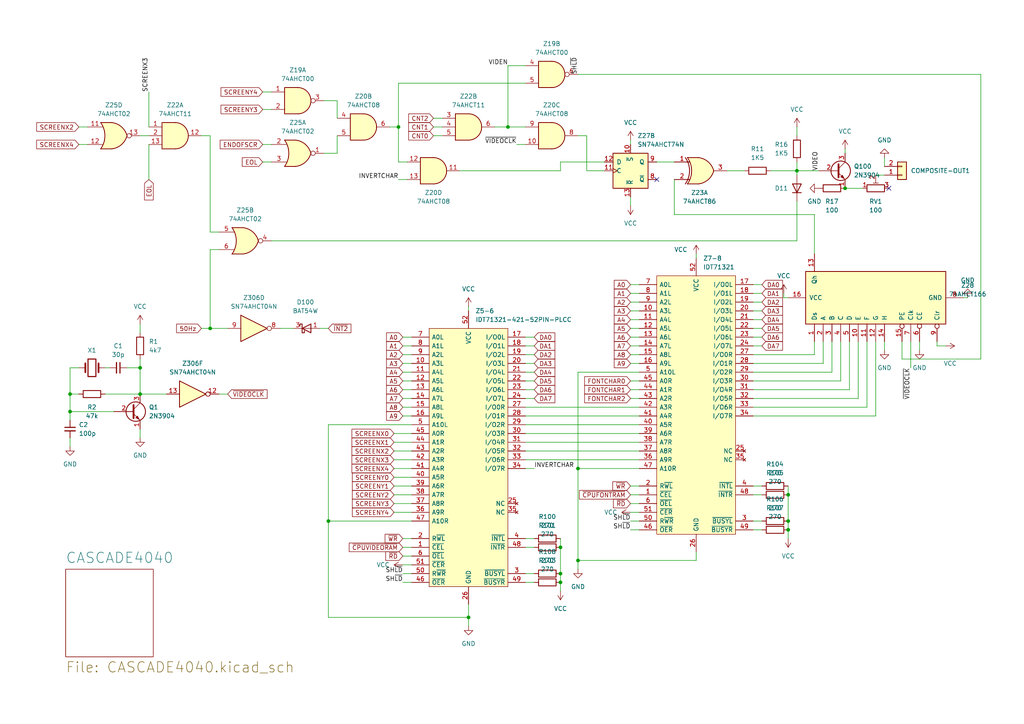
<source format=kicad_sch>
(kicad_sch (version 20211123) (generator eeschema)
  (paper "A4")
  (title_block (title "JupiterAceZ180") (date "2019-08-26") (rev "Alpha") (company "Ontobus") (comment 1 "John Bradley") (comment 2 "https://creativecommons.org/licenses/by-nc-sa/4.0/") (comment 3 "Attribution-NonCommercial-ShareAlike 4.0 International License.") (comment 4 "This work is licensed under a Creative Commons "))
  (junction (at 20.32 114.3))
  (junction (at 228.6 143.51))
  (junction (at 162.56 168.91))
  (junction (at 245.11 54.61))
  (junction (at 60.96 95.25))
  (junction (at 147.32 36.83))
  (junction (at 162.56 166.37))
  (junction (at 40.64 106.68))
  (junction (at 228.6 151.13))
  (junction (at 228.6 153.67))
  (junction (at 231.14 49.53))
  (junction (at 135.89 179.07))
  (junction (at 167.64 162.56))
  (junction (at 162.56 158.75))
  (junction (at 95.25 151.13))
  (junction (at 115.57 36.83))
  (junction (at 40.64 114.3))
  (junction (at 167.64 135.89))
  (junction (at 20.32 119.38))
  (no_connect (at 257.81 54.61))
  (no_connect (at 190.5 52.07))
  (wire (pts (xy 218.44 120.65) (xy 254 120.65)))
  (wire (pts (xy 162.56 158.75) (xy 162.56 166.37)))
  (wire (pts (xy 20.32 114.3) (xy 20.32 119.38)))
  (wire (pts (xy 20.32 129.54) (xy 20.32 127)))
  (wire (pts (xy 152.4 135.89) (xy 154.94 135.89)))
  (wire (pts (xy 114.3 148.59) (xy 119.38 148.59)))
  (wire (pts (xy 167.64 21.59) (xy 284.48 21.59)))
  (wire (pts (xy 201.93 74.93) (xy 201.93 73.66)))
  (wire (pts (xy 228.6 153.67) (xy 228.6 156.21)))
  (wire (pts (xy 167.64 39.37) (xy 170.18 39.37)))
  (wire (pts (xy 20.32 114.3) (xy 22.86 114.3)))
  (wire (pts (xy 95.25 95.25) (xy 92.71 95.25)))
  (wire (pts (xy 115.57 24.13) (xy 152.4 24.13)))
  (wire (pts (xy 218.44 102.87) (xy 236.22 102.87)))
  (wire (pts (xy 218.44 85.09) (xy 220.98 85.09)))
  (wire (pts (xy 185.42 135.89) (xy 167.64 135.89)))
  (wire (pts (xy 152.4 133.35) (xy 185.42 133.35)))
  (wire (pts (xy 114.3 143.51) (xy 119.38 143.51)))
  (wire (pts (xy 218.44 115.57) (xy 248.92 115.57)))
  (wire (pts (xy 114.3 133.35) (xy 119.38 133.35)))
  (wire (pts (xy 256.54 99.06) (xy 256.54 101.6)))
  (wire (pts (xy 195.58 62.23) (xy 195.58 52.07)))
  (wire (pts (xy 195.58 62.23) (xy 236.22 62.23)))
  (wire (pts (xy 119.38 107.95) (xy 116.84 107.95)))
  (wire (pts (xy 231.14 58.42) (xy 231.14 69.85)))
  (wire (pts (xy 135.89 90.17) (xy 135.89 88.9)))
  (wire (pts (xy 218.44 105.41) (xy 238.76 105.41)))
  (wire (pts (xy 231.14 50.8) (xy 231.14 49.53)))
  (wire (pts (xy 114.3 128.27) (xy 119.38 128.27)))
  (wire (pts (xy 245.11 54.61) (xy 250.19 54.61)))
  (wire (pts (xy 185.42 146.05) (xy 182.88 146.05)))
  (wire (pts (xy 25.4 36.83) (xy 22.86 36.83)))
  (wire (pts (xy 93.98 44.45) (xy 97.79 44.45)))
  (wire (pts (xy 60.96 72.39) (xy 63.5 72.39)))
  (wire (pts (xy 40.64 104.14) (xy 40.64 106.68)))
  (wire (pts (xy 119.38 105.41) (xy 116.84 105.41)))
  (wire (pts (xy 63.5 114.3) (xy 66.04 114.3)))
  (wire (pts (xy 152.4 102.87) (xy 154.94 102.87)))
  (wire (pts (xy 119.38 166.37) (xy 116.84 166.37)))
  (wire (pts (xy 228.6 143.51) (xy 228.6 151.13)))
  (wire (pts (xy 218.44 82.55) (xy 220.98 82.55)))
  (wire (pts (xy 185.42 82.55) (xy 182.88 82.55)))
  (wire (pts (xy 119.38 100.33) (xy 116.84 100.33)))
  (wire (pts (xy 119.38 163.83) (xy 116.84 163.83)))
  (wire (pts (xy 223.52 49.53) (xy 231.14 49.53)))
  (wire (pts (xy 119.38 113.03) (xy 116.84 113.03)))
  (wire (pts (xy 31.75 106.68) (xy 30.48 106.68)))
  (wire (pts (xy 152.4 107.95) (xy 154.94 107.95)))
  (wire (pts (xy 128.27 34.29) (xy 125.73 34.29)))
  (wire (pts (xy 185.42 85.09) (xy 182.88 85.09)))
  (wire (pts (xy 152.4 100.33) (xy 154.94 100.33)))
  (wire (pts (xy 185.42 140.97) (xy 182.88 140.97)))
  (wire (pts (xy 40.64 96.52) (xy 40.64 93.98)))
  (wire (pts (xy 185.42 115.57) (xy 182.88 115.57)))
  (wire (pts (xy 170.18 39.37) (xy 170.18 49.53)))
  (wire (pts (xy 185.42 143.51) (xy 182.88 143.51)))
  (wire (pts (xy 264.16 99.06) (xy 264.16 106.68)))
  (wire (pts (xy 152.4 156.21) (xy 154.94 156.21)))
  (wire (pts (xy 133.35 49.53) (xy 162.56 49.53)))
  (wire (pts (xy 218.44 140.97) (xy 220.98 140.97)))
  (wire (pts (xy 135.89 181.61) (xy 135.89 179.07)))
  (wire (pts (xy 231.14 46.99) (xy 231.14 49.53)))
  (wire (pts (xy 243.84 99.06) (xy 243.84 110.49)))
  (wire (pts (xy 274.32 100.33) (xy 271.78 100.33)))
  (wire (pts (xy 20.32 106.68) (xy 20.32 114.3)))
  (wire (pts (xy 119.38 118.11) (xy 116.84 118.11)))
  (wire (pts (xy 58.42 95.25) (xy 60.96 95.25)))
  (wire (pts (xy 284.48 104.14) (xy 284.48 21.59)))
  (wire (pts (xy 119.38 156.21) (xy 116.84 156.21)))
  (wire (pts (xy 236.22 73.66) (xy 236.22 62.23)))
  (wire (pts (xy 162.56 156.21) (xy 162.56 158.75)))
  (wire (pts (xy 227.33 86.36) (xy 227.33 85.09)))
  (wire (pts (xy 20.32 106.68) (xy 22.86 106.68)))
  (wire (pts (xy 113.03 36.83) (xy 115.57 36.83)))
  (wire (pts (xy 167.64 165.1) (xy 167.64 162.56)))
  (wire (pts (xy 152.4 168.91) (xy 154.94 168.91)))
  (wire (pts (xy 266.7 99.06) (xy 266.7 101.6)))
  (wire (pts (xy 218.44 107.95) (xy 241.3 107.95)))
  (wire (pts (xy 279.4 86.36) (xy 280.67 86.36)))
  (wire (pts (xy 78.74 31.75) (xy 76.2 31.75)))
  (wire (pts (xy 167.64 162.56) (xy 201.93 162.56)))
  (wire (pts (xy 114.3 135.89) (xy 119.38 135.89)))
  (wire (pts (xy 218.44 151.13) (xy 220.98 151.13)))
  (wire (pts (xy 114.3 138.43) (xy 119.38 138.43)))
  (wire (pts (xy 185.42 105.41) (xy 182.88 105.41)))
  (wire (pts (xy 147.32 36.83) (xy 152.4 36.83)))
  (wire (pts (xy 115.57 36.83) (xy 115.57 24.13)))
  (wire (pts (xy 185.42 113.03) (xy 182.88 113.03)))
  (wire (pts (xy 119.38 102.87) (xy 116.84 102.87)))
  (wire (pts (xy 40.64 114.3) (xy 48.26 114.3)))
  (wire (pts (xy 152.4 105.41) (xy 154.94 105.41)))
  (wire (pts (xy 152.4 125.73) (xy 185.42 125.73)))
  (wire (pts (xy 231.14 49.53) (xy 237.49 49.53)))
  (wire (pts (xy 58.42 39.37) (xy 60.96 39.37)))
  (wire (pts (xy 218.44 113.03) (xy 246.38 113.03)))
  (wire (pts (xy 185.42 95.25) (xy 182.88 95.25)))
  (wire (pts (xy 135.89 179.07) (xy 135.89 175.26)))
  (wire (pts (xy 167.64 135.89) (xy 167.64 162.56)))
  (wire (pts (xy 43.18 36.83) (xy 43.18 26.67)))
  (wire (pts (xy 261.62 99.06) (xy 261.62 104.14)))
  (wire (pts (xy 254 99.06) (xy 254 120.65)))
  (wire (pts (xy 228.6 140.97) (xy 228.6 143.51)))
  (wire (pts (xy 119.38 168.91) (xy 116.84 168.91)))
  (wire (pts (xy 245.11 44.45) (xy 245.11 43.18)))
  (wire (pts (xy 40.64 114.3) (xy 40.64 106.68)))
  (wire (pts (xy 152.4 120.65) (xy 185.42 120.65)))
  (wire (pts (xy 218.44 118.11) (xy 251.46 118.11)))
  (wire (pts (xy 238.76 99.06) (xy 238.76 105.41)))
  (wire (pts (xy 246.38 99.06) (xy 246.38 113.03)))
  (wire (pts (xy 218.44 97.79) (xy 220.98 97.79)))
  (wire (pts (xy 162.56 166.37) (xy 162.56 168.91)))
  (wire (pts (xy 25.4 41.91) (xy 22.86 41.91)))
  (wire (pts (xy 185.42 110.49) (xy 182.88 110.49)))
  (wire (pts (xy 119.38 97.79) (xy 116.84 97.79)))
  (wire (pts (xy 119.38 110.49) (xy 116.84 110.49)))
  (wire (pts (xy 115.57 46.99) (xy 118.11 46.99)))
  (wire (pts (xy 190.5 46.99) (xy 195.58 46.99)))
  (wire (pts (xy 60.96 95.25) (xy 66.04 95.25)))
  (wire (pts (xy 185.42 100.33) (xy 182.88 100.33)))
  (wire (pts (xy 95.25 123.19) (xy 119.38 123.19)))
  (wire (pts (xy 218.44 95.25) (xy 220.98 95.25)))
  (wire (pts (xy 114.3 125.73) (xy 119.38 125.73)))
  (wire (pts (xy 231.14 39.37) (xy 231.14 36.83)))
  (wire (pts (xy 218.44 100.33) (xy 220.98 100.33)))
  (wire (pts (xy 256.54 48.26) (xy 256.54 45.72)))
  (wire (pts (xy 218.44 92.71) (xy 220.98 92.71)))
  (wire (pts (xy 201.93 160.02) (xy 201.93 162.56)))
  (wire (pts (xy 147.32 36.83) (xy 147.32 19.05)))
  (wire (pts (xy 119.38 158.75) (xy 116.84 158.75)))
  (wire (pts (xy 119.38 151.13) (xy 95.25 151.13)))
  (wire (pts (xy 114.3 130.81) (xy 119.38 130.81)))
  (wire (pts (xy 152.4 115.57) (xy 154.94 115.57)))
  (wire (pts (xy 218.44 153.67) (xy 220.98 153.67)))
  (wire (pts (xy 78.74 41.91) (xy 76.2 41.91)))
  (wire (pts (xy 236.22 99.06) (xy 236.22 102.87)))
  (wire (pts (xy 95.25 179.07) (xy 95.25 151.13)))
  (wire (pts (xy 218.44 90.17) (xy 220.98 90.17)))
  (wire (pts (xy 97.79 44.45) (xy 97.79 39.37)))
  (wire (pts (xy 248.92 99.06) (xy 248.92 115.57)))
  (wire (pts (xy 60.96 67.31) (xy 63.5 67.31)))
  (wire (pts (xy 241.3 99.06) (xy 241.3 107.95)))
  (wire (pts (xy 135.89 179.07) (xy 95.25 179.07)))
  (wire (pts (xy 154.94 158.75) (xy 152.4 158.75)))
  (wire (pts (xy 78.74 26.67) (xy 76.2 26.67)))
  (wire (pts (xy 152.4 113.03) (xy 154.94 113.03)))
  (wire (pts (xy 95.25 151.13) (xy 95.25 123.19)))
  (wire (pts (xy 185.42 153.67) (xy 182.88 153.67)))
  (wire (pts (xy 36.83 106.68) (xy 40.64 106.68)))
  (wire (pts (xy 119.38 120.65) (xy 116.84 120.65)))
  (wire (pts (xy 162.56 46.99) (xy 162.56 49.53)))
  (wire (pts (xy 78.74 69.85) (xy 231.14 69.85)))
  (wire (pts (xy 251.46 99.06) (xy 251.46 118.11)))
  (wire (pts (xy 118.11 52.07) (xy 115.57 52.07)))
  (wire (pts (xy 185.42 97.79) (xy 182.88 97.79)))
  (wire (pts (xy 115.57 36.83) (xy 115.57 46.99)))
  (wire (pts (xy 20.32 119.38) (xy 20.32 121.92)))
  (wire (pts (xy 60.96 95.25) (xy 60.96 72.39)))
  (wire (pts (xy 114.3 140.97) (xy 119.38 140.97)))
  (wire (pts (xy 60.96 39.37) (xy 60.96 67.31)))
  (wire (pts (xy 220.98 143.51) (xy 218.44 143.51)))
  (wire (pts (xy 218.44 110.49) (xy 243.84 110.49)))
  (wire (pts (xy 185.42 151.13) (xy 182.88 151.13)))
  (wire (pts (xy 185.42 148.59) (xy 182.88 148.59)))
  (wire (pts (xy 271.78 99.06) (xy 271.78 100.33)))
  (wire (pts (xy 152.4 123.19) (xy 185.42 123.19)))
  (wire (pts (xy 185.42 102.87) (xy 182.88 102.87)))
  (wire (pts (xy 143.51 36.83) (xy 147.32 36.83)))
  (wire (pts (xy 30.48 114.3) (xy 40.64 114.3)))
  (wire (pts (xy 218.44 87.63) (xy 220.98 87.63)))
  (wire (pts (xy 152.4 41.91) (xy 149.86 41.91)))
  (wire (pts (xy 78.74 46.99) (xy 76.2 46.99)))
  (wire (pts (xy 228.6 151.13) (xy 228.6 153.67)))
  (wire (pts (xy 114.3 146.05) (xy 119.38 146.05)))
  (wire (pts (xy 152.4 118.11) (xy 185.42 118.11)))
  (wire (pts (xy 152.4 110.49) (xy 154.94 110.49)))
  (wire (pts (xy 228.6 86.36) (xy 227.33 86.36)))
  (wire (pts (xy 40.64 39.37) (xy 43.18 39.37)))
  (wire (pts (xy 81.28 95.25) (xy 85.09 95.25)))
  (wire (pts (xy 167.64 107.95) (xy 167.64 135.89)))
  (wire (pts (xy 152.4 166.37) (xy 154.94 166.37)))
  (wire (pts (xy 40.64 124.46) (xy 40.64 127)))
  (wire (pts (xy 185.42 107.95) (xy 167.64 107.95)))
  (wire (pts (xy 215.9 49.53) (xy 210.82 49.53)))
  (wire (pts (xy 93.98 29.21) (xy 97.79 29.21)))
  (wire (pts (xy 162.56 168.91) (xy 162.56 171.45)))
  (wire (pts (xy 175.26 46.99) (xy 162.56 46.99)))
  (wire (pts (xy 125.73 36.83) (xy 128.27 36.83)))
  (wire (pts (xy 256.54 50.8) (xy 254 50.8)))
  (wire (pts (xy 119.38 161.29) (xy 116.84 161.29)))
  (wire (pts (xy 185.42 87.63) (xy 182.88 87.63)))
  (wire (pts (xy 175.26 49.53) (xy 170.18 49.53)))
  (wire (pts (xy 185.42 92.71) (xy 182.88 92.71)))
  (wire (pts (xy 261.62 104.14) (xy 284.48 104.14)))
  (wire (pts (xy 97.79 29.21) (xy 97.79 34.29)))
  (wire (pts (xy 182.88 41.91) (xy 182.88 40.64)))
  (wire (pts (xy 152.4 130.81) (xy 185.42 130.81)))
  (wire (pts (xy 152.4 97.79) (xy 154.94 97.79)))
  (wire (pts (xy 147.32 19.05) (xy 152.4 19.05)))
  (wire (pts (xy 152.4 128.27) (xy 185.42 128.27)))
  (wire (pts (xy 119.38 115.57) (xy 116.84 115.57)))
  (wire (pts (xy 20.32 119.38) (xy 33.02 119.38)))
  (wire (pts (xy 182.88 57.15) (xy 182.88 59.69)))
  (wire (pts (xy 185.42 90.17) (xy 182.88 90.17)))
  (wire (pts (xy 128.27 39.37) (xy 125.73 39.37)))
  (wire (pts (xy 43.18 41.91) (xy 43.18 52.07)))
  (label "VIDEN" (at 147.32 19.05 180))
  (label "VIDEO" (at 237.49 49.53 90))
  (label "INVERTCHAR" (at 115.57 52.07 180))
  (label "~{VIDEOCLK}" (at 264.16 106.68 270))
  (label "SH~{LD}" (at 167.64 21.59 90))
  (label "SH~{LD}" (at 182.88 153.67 180))
  (label "INVERTCHAR" (at 154.94 135.89 0))
  (label "SH~{LD}" (at 182.88 151.13 180))
  (label "SH~{LD}" (at 116.84 166.37 180))
  (label "SH~{LD}" (at 116.84 168.91 180))
  (label "~{VIDEOCLK}" (at 149.86 41.91 180))
  (label "SCREENX3" (at 43.18 26.67 90))
  (global_label "DA7" (shape input) (at 220.98 100.33 0) (property "Intersheet References" "${INTERSHEET_REFS}" (at 226.8723 100.2506 0) (effects (justify left))))
  (global_label "SCREENX2" (shape input) (at 114.3 130.81 180) (property "Intersheet References" "${INTERSHEET_REFS}" (at 102.1787 130.7306 0) (effects (justify right))))
  (global_label "~{VIDEOCLK}" (shape input) (at 66.04 114.3 0) (property "Intersheet References" "${INTERSHEET_REFS}" (at 77.3752 114.2206 0) (effects (justify left))))
  (global_label "FONTCHAR0" (shape input) (at 182.88 110.49 180) (property "Intersheet References" "${INTERSHEET_REFS}" (at 169.6701 110.4106 0) (effects (justify right))))
  (global_label "A0" (shape input) (at 116.84 97.79 180) (property "Intersheet References" "${INTERSHEET_REFS}" (at 112.2177 97.7106 0) (effects (justify right))))
  (global_label "A9" (shape input) (at 116.84 120.65 180) (property "Intersheet References" "${INTERSHEET_REFS}" (at 112.2177 120.5706 0) (effects (justify right))))
  (global_label "DA1" (shape input) (at 154.94 100.33 0) (property "Intersheet References" "${INTERSHEET_REFS}" (at 160.8323 100.2506 0) (effects (justify left))))
  (global_label "ENDOFSCR" (shape input) (at 76.2 41.91 180) (property "Intersheet References" "${INTERSHEET_REFS}" (at 63.9577 41.8306 0) (effects (justify right))))
  (global_label "SCREENX4" (shape input) (at 114.3 135.89 180) (property "Intersheet References" "${INTERSHEET_REFS}" (at 102.1787 135.8106 0) (effects (justify right))))
  (global_label "FONTCHAR1" (shape input) (at 182.88 113.03 180) (property "Intersheet References" "${INTERSHEET_REFS}" (at 169.6701 112.9506 0) (effects (justify right))))
  (global_label "DA6" (shape input) (at 154.94 113.03 0) (property "Intersheet References" "${INTERSHEET_REFS}" (at 160.8323 112.9506 0) (effects (justify left))))
  (global_label "DA5" (shape input) (at 220.98 95.25 0) (property "Intersheet References" "${INTERSHEET_REFS}" (at 226.8723 95.1706 0) (effects (justify left))))
  (global_label "SCREENX1" (shape input) (at 114.3 128.27 180) (property "Intersheet References" "${INTERSHEET_REFS}" (at 102.1787 128.1906 0) (effects (justify right))))
  (global_label "DA1" (shape input) (at 220.98 85.09 0) (property "Intersheet References" "${INTERSHEET_REFS}" (at 226.8723 85.0106 0) (effects (justify left))))
  (global_label "~{INT2}" (shape input) (at 95.25 95.25 0) (property "Intersheet References" "${INTERSHEET_REFS}" (at 101.6866 95.1706 0) (effects (justify left))))
  (global_label "A2" (shape input) (at 182.88 87.63 180) (property "Intersheet References" "${INTERSHEET_REFS}" (at 178.2577 87.5506 0) (effects (justify right))))
  (global_label "SCREENX3" (shape input) (at 114.3 133.35 180) (property "Intersheet References" "${INTERSHEET_REFS}" (at 102.1787 133.2706 0) (effects (justify right))))
  (global_label "A5" (shape input) (at 116.84 110.49 180) (property "Intersheet References" "${INTERSHEET_REFS}" (at 112.2177 110.4106 0) (effects (justify right))))
  (global_label "SCREENY1" (shape input) (at 114.3 140.97 180) (property "Intersheet References" "${INTERSHEET_REFS}" (at 102.2996 140.8906 0) (effects (justify right))))
  (global_label "~{RD}" (shape input) (at 182.88 146.05 180) (property "Intersheet References" "${INTERSHEET_REFS}" (at 178.0158 145.9706 0) (effects (justify right))))
  (global_label "SCREENY4" (shape input) (at 76.2 26.67 180) (property "Intersheet References" "${INTERSHEET_REFS}" (at 64.1996 26.5906 0) (effects (justify right))))
  (global_label "SCREENX2" (shape input) (at 22.86 36.83 180) (property "Intersheet References" "${INTERSHEET_REFS}" (at 10.7387 36.7506 0) (effects (justify right))))
  (global_label "~{CPUFONTRAM}" (shape input) (at 182.88 143.51 180) (property "Intersheet References" "${INTERSHEET_REFS}" (at 168.1582 143.4306 0) (effects (justify right))))
  (global_label "A1" (shape input) (at 116.84 100.33 180) (property "Intersheet References" "${INTERSHEET_REFS}" (at 112.2177 100.2506 0) (effects (justify right))))
  (global_label "A6" (shape input) (at 116.84 113.03 180) (property "Intersheet References" "${INTERSHEET_REFS}" (at 112.2177 112.9506 0) (effects (justify right))))
  (global_label "A0" (shape input) (at 182.88 82.55 180) (property "Intersheet References" "${INTERSHEET_REFS}" (at 178.2577 82.4706 0) (effects (justify right))))
  (global_label "SCREENY3" (shape input) (at 76.2 31.75 180) (property "Intersheet References" "${INTERSHEET_REFS}" (at 64.1996 31.6706 0) (effects (justify right))))
  (global_label "A4" (shape input) (at 182.88 92.71 180) (property "Intersheet References" "${INTERSHEET_REFS}" (at 178.2577 92.6306 0) (effects (justify right))))
  (global_label "DA2" (shape input) (at 220.98 87.63 0) (property "Intersheet References" "${INTERSHEET_REFS}" (at 226.8723 87.5506 0) (effects (justify left))))
  (global_label "~{WR}" (shape input) (at 182.88 140.97 180) (property "Intersheet References" "${INTERSHEET_REFS}" (at 177.8344 140.8906 0) (effects (justify right))))
  (global_label "FONTCHAR2" (shape input) (at 182.88 115.57 180) (property "Intersheet References" "${INTERSHEET_REFS}" (at 169.6701 115.4906 0) (effects (justify right))))
  (global_label "DA4" (shape input) (at 220.98 92.71 0) (property "Intersheet References" "${INTERSHEET_REFS}" (at 226.8723 92.6306 0) (effects (justify left))))
  (global_label "DA3" (shape input) (at 154.94 105.41 0) (property "Intersheet References" "${INTERSHEET_REFS}" (at 160.8323 105.3306 0) (effects (justify left))))
  (global_label "DA4" (shape input) (at 154.94 107.95 0) (property "Intersheet References" "${INTERSHEET_REFS}" (at 160.8323 107.8706 0) (effects (justify left))))
  (global_label "~{WR}" (shape input) (at 116.84 156.21 180) (property "Intersheet References" "${INTERSHEET_REFS}" (at 111.7944 156.1306 0) (effects (justify right))))
  (global_label "CNT2" (shape input) (at 125.73 34.29 180) (property "Intersheet References" "${INTERSHEET_REFS}" (at 118.6282 34.2106 0) (effects (justify right))))
  (global_label "EOL" (shape input) (at 76.2 46.99 180) (property "Intersheet References" "${INTERSHEET_REFS}" (at 70.3682 46.9106 0) (effects (justify right))))
  (global_label "SCREENY3" (shape input) (at 114.3 146.05 180) (property "Intersheet References" "${INTERSHEET_REFS}" (at 102.2996 145.9706 0) (effects (justify right))))
  (global_label "A7" (shape input) (at 116.84 115.57 180) (property "Intersheet References" "${INTERSHEET_REFS}" (at 112.2177 115.4906 0) (effects (justify right))))
  (global_label "~{CPUVIDEORAM}" (shape input) (at 116.84 158.75 180) (property "Intersheet References" "${INTERSHEET_REFS}" (at 101.3925 158.6706 0) (effects (justify right))))
  (global_label "DA5" (shape input) (at 154.94 110.49 0) (property "Intersheet References" "${INTERSHEET_REFS}" (at 160.8323 110.4106 0) (effects (justify left))))
  (global_label "A4" (shape input) (at 116.84 107.95 180) (property "Intersheet References" "${INTERSHEET_REFS}" (at 112.2177 107.8706 0) (effects (justify right))))
  (global_label "A1" (shape input) (at 182.88 85.09 180) (property "Intersheet References" "${INTERSHEET_REFS}" (at 178.2577 85.0106 0) (effects (justify right))))
  (global_label "A5" (shape input) (at 182.88 95.25 180) (property "Intersheet References" "${INTERSHEET_REFS}" (at 178.2577 95.1706 0) (effects (justify right))))
  (global_label "SCREENX0" (shape input) (at 114.3 125.73 180) (property "Intersheet References" "${INTERSHEET_REFS}" (at 102.1787 125.6506 0) (effects (justify right))))
  (global_label "DA0" (shape input) (at 220.98 82.55 0) (property "Intersheet References" "${INTERSHEET_REFS}" (at 226.8723 82.4706 0) (effects (justify left))))
  (global_label "50Hz" (shape input) (at 58.42 95.25 180) (property "Intersheet References" "${INTERSHEET_REFS}" (at 51.3182 95.1706 0) (effects (justify right))))
  (global_label "SCREENY0" (shape input) (at 114.3 138.43 180) (property "Intersheet References" "${INTERSHEET_REFS}" (at 102.2996 138.3506 0) (effects (justify right))))
  (global_label "CNT0" (shape input) (at 125.73 39.37 180) (property "Intersheet References" "${INTERSHEET_REFS}" (at 118.6282 39.2906 0) (effects (justify right))))
  (global_label "A3" (shape input) (at 182.88 90.17 180) (property "Intersheet References" "${INTERSHEET_REFS}" (at 178.2577 90.0906 0) (effects (justify right))))
  (global_label "A9" (shape input) (at 182.88 105.41 180) (property "Intersheet References" "${INTERSHEET_REFS}" (at 178.2577 105.3306 0) (effects (justify right))))
  (global_label "DA3" (shape input) (at 220.98 90.17 0) (property "Intersheet References" "${INTERSHEET_REFS}" (at 226.8723 90.0906 0) (effects (justify left))))
  (global_label "A3" (shape input) (at 116.84 105.41 180) (property "Intersheet References" "${INTERSHEET_REFS}" (at 112.2177 105.3306 0) (effects (justify right))))
  (global_label "A7" (shape input) (at 182.88 100.33 180) (property "Intersheet References" "${INTERSHEET_REFS}" (at 178.2577 100.2506 0) (effects (justify right))))
  (global_label "~{RD}" (shape input) (at 116.84 161.29 180) (property "Intersheet References" "${INTERSHEET_REFS}" (at 111.9758 161.2106 0) (effects (justify right))))
  (global_label "A8" (shape input) (at 116.84 118.11 180) (property "Intersheet References" "${INTERSHEET_REFS}" (at 112.2177 118.0306 0) (effects (justify right))))
  (global_label "A2" (shape input) (at 116.84 102.87 180) (property "Intersheet References" "${INTERSHEET_REFS}" (at 112.2177 102.7906 0) (effects (justify right))))
  (global_label "DA7" (shape input) (at 154.94 115.57 0) (property "Intersheet References" "${INTERSHEET_REFS}" (at 160.8323 115.4906 0) (effects (justify left))))
  (global_label "DA6" (shape input) (at 220.98 97.79 0) (property "Intersheet References" "${INTERSHEET_REFS}" (at 226.8723 97.7106 0) (effects (justify left))))
  (global_label "SCREENX4" (shape input) (at 22.86 41.91 180) (property "Intersheet References" "${INTERSHEET_REFS}" (at 10.7387 41.8306 0) (effects (justify right))))
  (global_label "CNT1" (shape input) (at 125.73 36.83 180) (property "Intersheet References" "${INTERSHEET_REFS}" (at 118.6282 36.7506 0) (effects (justify right))))
  (global_label "A6" (shape input) (at 182.88 97.79 180) (property "Intersheet References" "${INTERSHEET_REFS}" (at 178.2577 97.7106 0) (effects (justify right))))
  (global_label "SCREENY2" (shape input) (at 114.3 143.51 180) (property "Intersheet References" "${INTERSHEET_REFS}" (at 102.2996 143.4306 0) (effects (justify right))))
  (global_label "SCREENY4" (shape input) (at 114.3 148.59 180) (property "Intersheet References" "${INTERSHEET_REFS}" (at 102.2996 148.5106 0) (effects (justify right))))
  (global_label "EOL" (shape input) (at 43.18 52.07 270) (property "Intersheet References" "${INTERSHEET_REFS}" (at 43.1006 57.9018 90) (effects (justify right))))
  (global_label "DA2" (shape input) (at 154.94 102.87 0) (property "Intersheet References" "${INTERSHEET_REFS}" (at 160.8323 102.7906 0) (effects (justify left))))
  (global_label "A8" (shape input) (at 182.88 102.87 180) (property "Intersheet References" "${INTERSHEET_REFS}" (at 178.2577 102.7906 0) (effects (justify right))))
  (global_label "DA0" (shape input) (at 154.94 97.79 0) (property "Intersheet References" "${INTERSHEET_REFS}" (at 160.8323 97.7106 0) (effects (justify left))))
  (symbol (lib_id "power:GND") (at 256.54 45.72 180) (unit 1)
    (property "Reference" "#0103" (effects hide))
    (property "Value" "GND" (at 256.54 40.64 0))
  )
  (symbol (lib_id "Connector_Generic:Conn_01x02") (at 261.62 50.8 0) (mirror x) (unit 1)
    (property "Reference" "COMPOSITE-OUT1" (at 264.16 49.5299 0) (effects (justify left)))
    (property "Value" "COMPOSITE-OUT1" (effects hide))
    (property "Footprint" "Connector_PinHeader_2.54mm:PinHeader_1x02_P2.54mm_Vertical" (effects hide))
  )
  (symbol (lib_id "Transistor_BJT:2N3904") (at 242.57 49.53 0) (unit 1)
    (property "Reference" "Q100" (at 247.65 48.2599 0) (effects (justify left)))
    (property "Value" "2N3904" (at 247.65 50.7999 0) (effects (justify left)))
    (property "Footprint" "Package_TO_SOT_THT:TO-92_Inline" (effects hide))
    (property "Datasheet" "https://www.onsemi.com/pub/Collateral/2N3903-D.PDF" (effects hide))
  )
  (symbol (lib_id "power:GND") (at 237.49 54.61 270) (unit 1)
    (property "Reference" "#0102" (effects hide))
    (property "Value" "GND" (at 236.22 58.42 90))
  )
  (symbol (lib_id "power:VCC") (at 245.11 43.18 0) (unit 1)
    (property "Reference" "#0126" (effects hide))
    (property "Value" "VCC" (at 245.11 38.1 0))
  )
  (symbol (lib_id "Device:R") (at 241.3 54.61 270) (unit 1)
    (property "Reference" "R17" (at 241.3 58.42 90))
    (property "Value" "100" (at 241.3 60.96 90))
    (property "Footprint" "Resistor_THT:R_Axial_DIN0204_L3.6mm_D1.6mm_P2.54mm_Vertical" (effects hide))
  )
  (symbol (lib_id "Device:R") (at 158.75 156.21 270) (unit 1)
    (property "Reference" "R100" (at 158.75 149.86 90))
    (property "Value" "270" (at 158.75 152.4 90))
    (property "Footprint" "Resistor_THT:R_Axial_DIN0204_L3.6mm_D1.6mm_P2.54mm_Vertical" (effects hide))
  )
  (symbol (lib_id "Device:R") (at 158.75 158.75 270) (unit 1)
    (property "Reference" "R101" (at 158.75 152.4 90))
    (property "Value" "270" (at 158.75 154.94 90))
    (property "Footprint" "Resistor_THT:R_Axial_DIN0204_L3.6mm_D1.6mm_P2.54mm_Vertical" (effects hide))
  )
  (symbol (lib_id "Device:R") (at 224.79 140.97 270) (unit 1)
    (property "Reference" "R104" (at 224.79 134.62 90))
    (property "Value" "270" (at 224.79 137.16 90))
    (property "Footprint" "Resistor_THT:R_Axial_DIN0204_L3.6mm_D1.6mm_P2.54mm_Vertical" (effects hide))
  )
  (symbol (lib_id "Device:R") (at 224.79 143.51 270) (unit 1)
    (property "Reference" "R105" (at 224.79 137.16 90))
    (property "Value" "270" (at 224.79 139.7 90))
    (property "Footprint" "Resistor_THT:R_Axial_DIN0204_L3.6mm_D1.6mm_P2.54mm_Vertical" (effects hide))
  )
  (symbol (lib_id "Diode:BAT54W") (at 88.9 95.25 0) (unit 1)
    (property "Reference" "D100" (at 88.5825 87.63 0))
    (property "Value" "BAT54W" (at 88.5825 90.17 0))
    (property "Footprint" "Package_TO_SOT_SMD:SOT-323_SC-70" (effects hide))
    (property "Datasheet" "https://assets.nexperia.com/documents/data-sheet/BAT54W_SER.pdf" (effects hide))
  )
  (symbol (lib_id "Device:R_Potentiometer_Trim") (at 254 54.61 90) (unit 1)
    (property "Reference" "RV1" (at 254 58.42 90))
    (property "Value" "100" (at 254 60.96 90))
    (property "Footprint" "ExtraFootprints:3362H1103LF" (effects hide))
  )
  (symbol (lib_id "power:VCC") (at 274.32 100.33 270) (unit 1)
    (property "Reference" "#0104" (effects hide))
    (property "Value" "VCC" (at 275.59 105.41 90))
  )
  (symbol (lib_id "power:GND") (at 256.54 101.6 0) (unit 1)
    (property "Reference" "#0105" (effects hide))
    (property "Value" "GND" (at 256.54 106.68 0))
  )
  (symbol (lib_id "power:GND") (at 266.7 101.6 0) (unit 1)
    (property "Reference" "#0106" (effects hide))
    (property "Value" "GND" (at 266.7 106.68 0))
  )
  (symbol (lib_id "power:VCC") (at 227.33 85.09 0) (unit 1)
    (property "Reference" "#0107" (effects hide))
    (property "Value" "VCC" (at 227.33 80.01 0))
  )
  (symbol (lib_id "power:GND") (at 280.67 86.36 180) (unit 1)
    (property "Reference" "#0108" (effects hide))
    (property "Value" "GND" (at 280.67 81.28 0))
  )
  (symbol (lib_id "power:VCC") (at 182.88 40.64 0) (unit 1)
    (property "Reference" "#0109" (effects hide))
    (property "Value" "VCC" (at 182.88 35.56 0))
  )
  (symbol (lib_id "power:VCC") (at 182.88 59.69 180) (unit 1)
    (property "Reference" "#0110" (effects hide))
    (property "Value" "VCC" (at 182.88 64.77 0))
  )
  (symbol (lib_id "power:VCC") (at 231.14 36.83 0) (unit 1)
    (property "Reference" "#0111" (effects hide))
    (property "Value" "VCC" (at 231.14 31.75 0))
  )
  (symbol (lib_id "power:VCC") (at 116.84 163.83 90) (unit 1)
    (property "Reference" "#0112" (effects hide))
    (property "Value" "VCC" (at 113.03 163.8299 90) (effects (justify left)))
  )
  (symbol (lib_id "power:VCC") (at 182.88 148.59 90) (unit 1)
    (property "Reference" "#0113" (effects hide))
    (property "Value" "VCC" (at 179.07 148.5899 90) (effects (justify left)))
  )
  (symbol (lib_id "power:GND") (at 135.89 181.61 0) (unit 1)
    (property "Reference" "#0114" (effects hide))
    (property "Value" "GND" (at 135.89 186.69 0))
  )
  (symbol (lib_id "power:VCC") (at 135.89 88.9 0) (unit 1)
    (property "Reference" "#0115" (effects hide))
    (property "Value" "VCC" (at 135.89 83.82 0))
  )
  (symbol (lib_id "power:VCC") (at 201.93 73.66 0) (unit 1)
    (property "Reference" "#0116" (effects hide))
    (property "Value" "VCC" (at 199.39 72.3899 0) (effects (justify right)))
  )
  (symbol (lib_id "power:VCC") (at 162.56 171.45 180) (unit 1)
    (property "Reference" "#0117" (effects hide))
    (property "Value" "VCC" (at 162.56 176.53 0))
  )
  (symbol (lib_id "power:VCC") (at 228.6 156.21 180) (unit 1)
    (property "Reference" "#0118" (effects hide))
    (property "Value" "VCC" (at 228.6 161.29 0))
  )
  (symbol (lib_id "Device:R") (at 219.71 49.53 270) (unit 1)
    (property "Reference" "R11" (at 219.71 43.18 90))
    (property "Value" "1K5" (at 219.71 45.72 90))
    (property "Footprint" "Resistor_THT:R_Axial_DIN0204_L3.6mm_D1.6mm_P2.54mm_Vertical" (effects hide))
  )
  (symbol (lib_id "Device:R") (at 231.14 43.18 180) (unit 1)
    (property "Reference" "R16" (at 228.6 41.9099 0) (effects (justify left)))
    (property "Value" "1K5" (at 228.6 44.4499 0) (effects (justify left)))
    (property "Footprint" "Resistor_THT:R_Axial_DIN0204_L3.6mm_D1.6mm_P2.54mm_Vertical" (effects hide))
  )
  (symbol (lib_id "74xx:74LS74") (at 182.88 49.53 0) (unit 2)
    (property "Reference" "Z27" (at 184.8994 39.37 0) (effects (justify left)))
    (property "Value" "SN74AHCT74N" (at 184.8994 41.91 0) (effects (justify left)))
    (property "Footprint" "Package_DIP:DIP-14_W7.62mm_Socket" (effects hide))
    (property "Datasheet" "74xx/74hc_hct74.pdf" (effects hide))
  )
  (symbol (lib_id "Diode:1N4148") (at 231.14 54.61 90) (unit 1)
    (property "Reference" "D11" (at 228.6 54.6099 90) (effects (justify left)))
    (property "Value" "1N4148" (effects hide))
    (property "Footprint" "Diode_THT:D_DO-35_SOD27_P2.54mm_Vertical_AnodeUp" (effects hide))
    (property "Datasheet" "https://assets.nexperia.com/documents/data-sheet/1N4148_1N4448.pdf" (effects hide))
  )
  (symbol (lib_id "74xx:74HCT00") (at 86.36 29.21 0) (unit 1)
    (property "Reference" "Z19" (at 86.36 20.32 0))
    (property "Value" "74AHCT00" (at 86.36 22.86 0))
    (property "Footprint" "Package_DIP:DIP-14_W7.62mm_Socket" (effects hide))
    (property "Datasheet" "http://www.ti.com/lit/gpn/sn74hct00" (effects hide))
  )
  (symbol (lib_id "74xx:74HCT00") (at 160.02 21.59 0) (unit 2)
    (property "Reference" "Z19" (at 160.02 12.7 0))
    (property "Value" "74AHCT00" (at 160.02 15.24 0))
    (property "Footprint" "Package_DIP:DIP-14_W7.62mm_Socket" (effects hide))
    (property "Datasheet" "http://www.ti.com/lit/gpn/sn74hct00" (effects hide))
  )
  (symbol (lib_id "74xx:74HCT02") (at 86.36 44.45 0) (unit 1)
    (property "Reference" "Z25" (at 86.36 35.56 0))
    (property "Value" "74AHCT02" (at 86.36 38.1 0))
    (property "Footprint" "Package_DIP:DIP-14_W7.62mm_Socket" (effects hide))
    (property "Datasheet" "http://www.ti.com/lit/gpn/sn74hct02" (effects hide))
  )
  (symbol (lib_id "74xx:74LS08") (at 105.41 36.83 0) (unit 2)
    (property "Reference" "Z20" (at 105.41 27.94 0))
    (property "Value" "74AHCT08" (at 105.41 30.48 0))
    (property "Footprint" "Package_DIP:DIP-14_W7.62mm_Socket" (effects hide))
    (property "Datasheet" "http://www.ti.com/lit/gpn/sn74LS08" (effects hide))
  )
  (symbol (lib_id "74xx:74LS08") (at 160.02 39.37 0) (unit 3)
    (property "Reference" "Z20" (at 160.02 30.48 0))
    (property "Value" "74AHCT08" (at 160.02 33.02 0))
    (property "Footprint" "Package_DIP:DIP-14_W7.62mm_Socket" (effects hide))
    (property "Datasheet" "http://www.ti.com/lit/gpn/sn74LS08" (effects hide))
  )
  (symbol (lib_id "74xx:74LS08") (at 125.73 49.53 0) (unit 4)
    (property "Reference" "Z20" (at 125.73 55.88 0))
    (property "Value" "74AHCT08" (at 125.73 58.42 0))
    (property "Footprint" "Package_DIP:DIP-14_W7.62mm_Socket" (effects hide))
    (property "Datasheet" "http://www.ti.com/lit/gpn/sn74LS08" (effects hide))
  )
  (symbol (lib_id "74xx:74LS11") (at 135.89 36.83 0) (unit 2)
    (property "Reference" "Z22" (at 135.89 27.94 0))
    (property "Value" "74AHCT11" (at 135.89 30.48 0))
    (property "Footprint" "Package_DIP:DIP-14_W7.62mm_Socket" (effects hide))
    (property "Datasheet" "http://www.ti.com/lit/gpn/sn74LS11" (effects hide))
  )
  (symbol (lib_id "74xx:74LS86") (at 203.2 49.53 0) (unit 1)
    (property "Reference" "Z23" (at 202.8952 55.88 0))
    (property "Value" "74AHCT86" (at 202.8952 58.42 0))
    (property "Footprint" "Package_DIP:DIP-14_W7.62mm_Socket" (effects hide))
    (property "Datasheet" "74xx/74ls86.pdf" (effects hide))
  )
  (symbol (lib_id "74xx:74LS166") (at 254 86.36 90) (unit 1)
    (property "Reference" "Z28" (at 280.67 82.7786 90))
    (property "Value" "74AHCT166" (at 280.67 85.3186 90))
    (property "Footprint" "Package_DIP:DIP-16_W7.62mm_Socket" (effects hide))
    (property "Datasheet" "http://www.ti.com/lit/gpn/sn74LS166" (effects hide))
  )
  (symbol (lib_id "Device:R") (at 158.75 166.37 270) (unit 1)
    (property "Reference" "R108" (at 158.75 160.02 90))
    (property "Value" "270" (at 158.75 162.56 90))
    (property "Footprint" "Resistor_THT:R_Axial_DIN0204_L3.6mm_D1.6mm_P2.54mm_Vertical" (effects hide))
  )
  (symbol (lib_id "Device:R") (at 158.75 168.91 270) (unit 1)
    (property "Reference" "R103" (at 158.75 162.56 90))
    (property "Value" "270" (at 158.75 165.1 90))
    (property "Footprint" "Resistor_THT:R_Axial_DIN0204_L3.6mm_D1.6mm_P2.54mm_Vertical" (effects hide))
  )
  (symbol (lib_id "Device:R") (at 224.79 153.67 270) (unit 1)
    (property "Reference" "R107" (at 224.79 147.32 90))
    (property "Value" "270" (at 224.79 149.86 90))
    (property "Footprint" "Resistor_THT:R_Axial_DIN0204_L3.6mm_D1.6mm_P2.54mm_Vertical" (effects hide))
  )
  (symbol (lib_id "Device:R") (at 224.79 151.13 270) (unit 1)
    (property "Reference" "R106" (at 224.79 144.78 90))
    (property "Value" "270" (at 224.79 147.32 90))
    (property "Footprint" "Resistor_THT:R_Axial_DIN0204_L3.6mm_D1.6mm_P2.54mm_Vertical" (effects hide))
  )
  (symbol (lib_id "ExtraSymbols:IDT71321-421-52PIN-PLCC") (at 185.42 82.55 0) (unit 1)
    (property "Reference" "Z7-8" (at 203.9494 74.93 0) (effects (justify left)))
    (property "Value" "IDT71321" (at 203.9494 77.47 0) (effects (justify left)))
    (property "Footprint" "Package_LCC:PLCC-52" (effects hide))
    (property "Datasheet" "https://www.idt.com/document/dst/71321421-datasheet" (effects hide))
    (property "Description" "SRAM 2K x 8 Dual-Port RAM Memory & Logic/ Master" (effects hide))
    (property "Height" "3.8" (effects hide))
    (property "Manufacturer_Name" "IDT (Integrated Device Technology)" (effects hide))
    (property "Manufacturer_Part_Number" "7132LA100PDG" (effects hide))
  )
  (symbol (lib_id "ExtraSymbols:IDT71321-421-52PIN-PLCC") (at 119.38 97.79 0) (unit 1)
    (property "Reference" "Z5-6" (at 137.9094 90.17 0) (effects (justify left)))
    (property "Value" "IDT71321-421-52PIN-PLCC" (at 137.9094 92.71 0) (effects (justify left)))
    (property "Footprint" "Package_LCC:PLCC-52" (effects hide))
    (property "Datasheet" "https://www.idt.com/document/dst/71321421-datasheet" (effects hide))
    (property "Description" "SRAM 2K x 8 Dual-Port RAM Memory & Logic/ Master" (effects hide))
    (property "Height" "3.8" (effects hide))
    (property "Manufacturer_Name" "IDT (Integrated Device Technology)" (effects hide))
    (property "Manufacturer_Part_Number" "7132LA100PDG" (effects hide))
  )
  (symbol (lib_id "74xx:74HCT04") (at 73.66 95.25 0) (unit 4)
    (property "Reference" "Z306" (at 73.66 86.36 0))
    (property "Value" "SN74AHCT04N" (at 73.66 88.9 0))
    (property "Footprint" "Package_DIP:DIP-14_W7.62mm_Socket" (effects hide))
    (property "Datasheet" "https://assets.nexperia.com/documents/data-sheet/74HC_HCT04.pdf" (effects hide))
  )
  (symbol (lib_id "74xx:74HCT02") (at 71.12 69.85 0) (unit 2)
    (property "Reference" "Z25" (at 71.12 60.96 0))
    (property "Value" "74AHCT02" (at 71.12 63.5 0))
    (property "Footprint" "Package_DIP:DIP-14_W7.62mm_Socket" (effects hide))
    (property "Datasheet" "http://www.ti.com/lit/gpn/sn74hct02" (effects hide))
  )
  (symbol (lib_id "74xx:74HCT02") (at 33.02 39.37 0) (unit 4)
    (property "Reference" "Z25" (at 33.02 30.48 0))
    (property "Value" "74AHCT02" (at 33.02 33.02 0))
    (property "Footprint" "Package_DIP:DIP-14_W7.62mm_Socket" (effects hide))
    (property "Datasheet" "http://www.ti.com/lit/gpn/sn74hct02" (effects hide))
  )
  (symbol (lib_id "74xx:74LS11") (at 50.8 39.37 0) (unit 1)
    (property "Reference" "Z22" (at 50.8 30.48 0))
    (property "Value" "74AHCT11" (at 50.8 33.02 0))
    (property "Footprint" "Package_DIP:DIP-14_W7.62mm_Socket" (effects hide))
    (property "Datasheet" "http://www.ti.com/lit/gpn/sn74LS11" (effects hide))
  )
  (symbol (lib_id "Transistor_BJT:2N3904") (at 38.1 119.38 0) (unit 1)
    (property "Reference" "Q1" (at 43.18 118.1099 0) (effects (justify left)))
    (property "Value" "2N3904" (at 43.18 120.6499 0) (effects (justify left)))
    (property "Footprint" "Package_TO_SOT_THT:TO-92_Inline" (effects hide))
    (property "Datasheet" "https://www.onsemi.com/pub/Collateral/2N3903-D.PDF" (effects hide))
  )
  (symbol (lib_id "74xx:74AHCT04") (at 55.88 114.3 0) (unit 6)
    (property "Reference" "Z306" (at 55.88 105.41 0))
    (property "Value" "SN74AHCT04N" (at 55.88 107.95 0))
    (property "Footprint" "Package_DIP:DIP-14_W7.62mm_Socket" (effects hide))
    (property "Datasheet" "https://assets.nexperia.com/documents/data-sheet/74AHC_AHCT04.pdf" (effects hide))
  )
  (symbol (lib_id "power:VCC") (at 40.64 93.98 0) (unit 1)
    (property "Reference" "#0122" (effects hide))
    (property "Value" "VCC" (at 40.64 88.9 0))
  )
  (symbol (lib_id "Device:C_Small") (at 34.29 106.68 270) (unit 1)
    (property "Reference" "C1" (at 34.2836 100.33 90))
    (property "Value" "30p" (at 34.2836 102.87 90))
    (property "Footprint" "Capacitor_THT:C_Disc_D3.0mm_W1.6mm_P2.50mm" (effects hide))
  )
  (symbol (lib_id "Device:R") (at 40.64 100.33 0) (unit 1)
    (property "Reference" "R1" (at 43.18 99.0599 0) (effects (justify left)))
    (property "Value" "4k7" (at 43.18 101.5999 0) (effects (justify left)))
    (property "Footprint" "Resistor_THT:R_Axial_DIN0204_L3.6mm_D1.6mm_P1.90mm_Vertical" (effects hide))
  )
  (symbol (lib_id "Device:R") (at 26.67 114.3 90) (unit 1)
    (property "Reference" "R2" (at 26.67 118.11 90))
    (property "Value" "47k" (at 26.67 120.65 90))
    (property "Footprint" "Resistor_THT:R_Axial_DIN0204_L3.6mm_D1.6mm_P2.54mm_Vertical" (effects hide))
  )
  (symbol (lib_id "Device:C_Small") (at 20.32 124.46 0) (unit 1)
    (property "Reference" "C2" (at 22.86 123.1962 0) (effects (justify left)))
    (property "Value" "100p" (at 22.86 125.7362 0) (effects (justify left)))
    (property "Footprint" "Capacitor_THT:C_Disc_D3.0mm_W1.6mm_P2.50mm" (effects hide))
  )
  (symbol (lib_id "power:GND") (at 20.32 129.54 0) (unit 1)
    (property "Reference" "#0124" (effects hide))
    (property "Value" "GND" (at 20.32 134.62 0))
  )
  (symbol (lib_id "Device:Crystal") (at 26.67 106.68 0) (unit 1)
    (property "Reference" "X1" (at 26.67 101.6 0))
    (property "Value" "CRYSTALHC49U-V 6.556MHz" (effects hide))
    (property "Footprint" "Crystal:Crystal_HC49-U_Vertical" (effects hide))
  )
  (symbol (lib_id "power:GND") (at 40.64 127 0) (unit 1)
    (property "Reference" "#0123" (effects hide))
    (property "Value" "GND" (at 40.64 132.08 0))
  )
  (symbol (lib_id "power:GND") (at 167.64 165.1 0) (unit 1)
    (property "Reference" "#0119" (effects hide))
    (property "Value" "GND" (at 167.64 170.18 0))
  )
  (sheet (at 19.05 165.1) (size 25.4 25.4)
    (property "Sheet name" "CASCADE4040" (at 19.05 163.5248 0) (effects (font (size 2.9972 2.9972)) (justify left bottom)))
    (property "Sheet file" "CASCADE4040.kicad_sch" (at 19.05 191.7755 0) (effects (font (size 2.9972 2.9972)) (justify left top)))
  )
)
</source>
